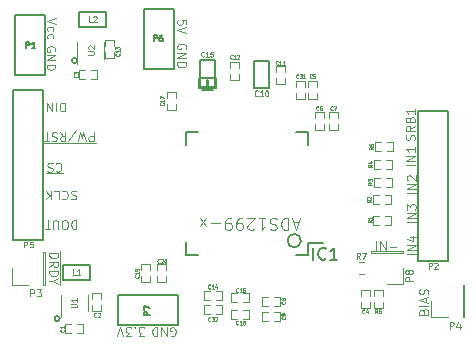
<source format=gto>
G04 #@! TF.FileFunction,Legend,Top*
%FSLAX46Y46*%
G04 Gerber Fmt 4.6, Leading zero omitted, Abs format (unit mm)*
G04 Created by KiCad (PCBNEW 4.0.4-stable) date 03/15/17 00:52:14*
%MOMM*%
%LPD*%
G01*
G04 APERTURE LIST*
%ADD10C,0.150000*%
%ADD11C,0.100000*%
%ADD12C,0.125000*%
%ADD13C,0.200000*%
%ADD14C,0.120000*%
%ADD15C,0.152400*%
%ADD16C,0.152000*%
%ADD17C,0.250000*%
%ADD18C,0.127000*%
%ADD19C,0.071120*%
%ADD20C,0.060000*%
%ADD21C,0.114300*%
%ADD22C,0.080000*%
G04 APERTURE END LIST*
D10*
D11*
X292535714Y-120932143D02*
X292535714Y-120575000D01*
X292178571Y-120539286D01*
X292214286Y-120575000D01*
X292250000Y-120646429D01*
X292250000Y-120825000D01*
X292214286Y-120896429D01*
X292178571Y-120932143D01*
X292107143Y-120967858D01*
X291928571Y-120967858D01*
X291857143Y-120932143D01*
X291821429Y-120896429D01*
X291785714Y-120825000D01*
X291785714Y-120646429D01*
X291821429Y-120575000D01*
X291857143Y-120539286D01*
X292535714Y-121182144D02*
X291785714Y-121432144D01*
X292535714Y-121682144D01*
X292500000Y-123003572D02*
X292535714Y-122932143D01*
X292535714Y-122825000D01*
X292500000Y-122717857D01*
X292428571Y-122646429D01*
X292357143Y-122610714D01*
X292214286Y-122575000D01*
X292107143Y-122575000D01*
X291964286Y-122610714D01*
X291892857Y-122646429D01*
X291821429Y-122717857D01*
X291785714Y-122825000D01*
X291785714Y-122896429D01*
X291821429Y-123003572D01*
X291857143Y-123039286D01*
X292107143Y-123039286D01*
X292107143Y-122896429D01*
X291785714Y-123360714D02*
X292535714Y-123360714D01*
X291785714Y-123789286D01*
X292535714Y-123789286D01*
X291785714Y-124146428D02*
X292535714Y-124146428D01*
X292535714Y-124325000D01*
X292500000Y-124432143D01*
X292428571Y-124503571D01*
X292357143Y-124539286D01*
X292214286Y-124575000D01*
X292107143Y-124575000D01*
X291964286Y-124539286D01*
X291892857Y-124503571D01*
X291821429Y-124432143D01*
X291785714Y-124325000D01*
X291785714Y-124146428D01*
X291246428Y-147300000D02*
X291317857Y-147335714D01*
X291425000Y-147335714D01*
X291532143Y-147300000D01*
X291603571Y-147228571D01*
X291639286Y-147157143D01*
X291675000Y-147014286D01*
X291675000Y-146907143D01*
X291639286Y-146764286D01*
X291603571Y-146692857D01*
X291532143Y-146621429D01*
X291425000Y-146585714D01*
X291353571Y-146585714D01*
X291246428Y-146621429D01*
X291210714Y-146657143D01*
X291210714Y-146907143D01*
X291353571Y-146907143D01*
X290889286Y-146585714D02*
X290889286Y-147335714D01*
X290460714Y-146585714D01*
X290460714Y-147335714D01*
X290103572Y-146585714D02*
X290103572Y-147335714D01*
X289925000Y-147335714D01*
X289817857Y-147300000D01*
X289746429Y-147228571D01*
X289710714Y-147157143D01*
X289675000Y-147014286D01*
X289675000Y-146907143D01*
X289710714Y-146764286D01*
X289746429Y-146692857D01*
X289817857Y-146621429D01*
X289925000Y-146585714D01*
X290103572Y-146585714D01*
X288982143Y-147310714D02*
X288517857Y-147310714D01*
X288767857Y-147025000D01*
X288660715Y-147025000D01*
X288589286Y-146989286D01*
X288553572Y-146953571D01*
X288517857Y-146882143D01*
X288517857Y-146703571D01*
X288553572Y-146632143D01*
X288589286Y-146596429D01*
X288660715Y-146560714D01*
X288875000Y-146560714D01*
X288946429Y-146596429D01*
X288982143Y-146632143D01*
X288196429Y-146632143D02*
X288160714Y-146596429D01*
X288196429Y-146560714D01*
X288232143Y-146596429D01*
X288196429Y-146632143D01*
X288196429Y-146560714D01*
X287910714Y-147310714D02*
X287446428Y-147310714D01*
X287696428Y-147025000D01*
X287589286Y-147025000D01*
X287517857Y-146989286D01*
X287482143Y-146953571D01*
X287446428Y-146882143D01*
X287446428Y-146703571D01*
X287482143Y-146632143D01*
X287517857Y-146596429D01*
X287589286Y-146560714D01*
X287803571Y-146560714D01*
X287875000Y-146596429D01*
X287910714Y-146632143D01*
X287232142Y-147310714D02*
X286982142Y-146560714D01*
X286732142Y-147310714D01*
X280960714Y-140307143D02*
X281710714Y-140307143D01*
X281710714Y-140485715D01*
X281675000Y-140592858D01*
X281603571Y-140664286D01*
X281532143Y-140700001D01*
X281389286Y-140735715D01*
X281282143Y-140735715D01*
X281139286Y-140700001D01*
X281067857Y-140664286D01*
X280996429Y-140592858D01*
X280960714Y-140485715D01*
X280960714Y-140307143D01*
X280960714Y-141485715D02*
X281317857Y-141235715D01*
X280960714Y-141057143D02*
X281710714Y-141057143D01*
X281710714Y-141342858D01*
X281675000Y-141414286D01*
X281639286Y-141450001D01*
X281567857Y-141485715D01*
X281460714Y-141485715D01*
X281389286Y-141450001D01*
X281353571Y-141414286D01*
X281317857Y-141342858D01*
X281317857Y-141057143D01*
X280960714Y-141807143D02*
X281710714Y-141807143D01*
X281710714Y-141985715D01*
X281675000Y-142092858D01*
X281603571Y-142164286D01*
X281532143Y-142200001D01*
X281389286Y-142235715D01*
X281282143Y-142235715D01*
X281139286Y-142200001D01*
X281067857Y-142164286D01*
X280996429Y-142092858D01*
X280960714Y-141985715D01*
X280960714Y-141807143D01*
X281317857Y-142700001D02*
X280960714Y-142700001D01*
X281710714Y-142450001D02*
X281317857Y-142700001D01*
X281710714Y-142950001D01*
X281840000Y-140128572D02*
X281840000Y-143021429D01*
X283242857Y-137510714D02*
X283242857Y-138260714D01*
X283064285Y-138260714D01*
X282957142Y-138225000D01*
X282885714Y-138153571D01*
X282849999Y-138082143D01*
X282814285Y-137939286D01*
X282814285Y-137832143D01*
X282849999Y-137689286D01*
X282885714Y-137617857D01*
X282957142Y-137546429D01*
X283064285Y-137510714D01*
X283242857Y-137510714D01*
X282349999Y-138260714D02*
X282207142Y-138260714D01*
X282135714Y-138225000D01*
X282064285Y-138153571D01*
X282028571Y-138010714D01*
X282028571Y-137760714D01*
X282064285Y-137617857D01*
X282135714Y-137546429D01*
X282207142Y-137510714D01*
X282349999Y-137510714D01*
X282421428Y-137546429D01*
X282492857Y-137617857D01*
X282528571Y-137760714D01*
X282528571Y-138010714D01*
X282492857Y-138153571D01*
X282421428Y-138225000D01*
X282349999Y-138260714D01*
X281707143Y-138260714D02*
X281707143Y-137653571D01*
X281671428Y-137582143D01*
X281635714Y-137546429D01*
X281564285Y-137510714D01*
X281421428Y-137510714D01*
X281350000Y-137546429D01*
X281314285Y-137582143D01*
X281278571Y-137653571D01*
X281278571Y-138260714D01*
X281028571Y-138260714D02*
X280600000Y-138260714D01*
X280814286Y-137510714D02*
X280814286Y-138260714D01*
X283242857Y-135046429D02*
X283135714Y-135010714D01*
X282957143Y-135010714D01*
X282885714Y-135046429D01*
X282850000Y-135082143D01*
X282814285Y-135153571D01*
X282814285Y-135225000D01*
X282850000Y-135296429D01*
X282885714Y-135332143D01*
X282957143Y-135367857D01*
X283100000Y-135403571D01*
X283171428Y-135439286D01*
X283207143Y-135475000D01*
X283242857Y-135546429D01*
X283242857Y-135617857D01*
X283207143Y-135689286D01*
X283171428Y-135725000D01*
X283100000Y-135760714D01*
X282921428Y-135760714D01*
X282814285Y-135725000D01*
X282064285Y-135082143D02*
X282099999Y-135046429D01*
X282207142Y-135010714D01*
X282278571Y-135010714D01*
X282385714Y-135046429D01*
X282457142Y-135117857D01*
X282492857Y-135189286D01*
X282528571Y-135332143D01*
X282528571Y-135439286D01*
X282492857Y-135582143D01*
X282457142Y-135653571D01*
X282385714Y-135725000D01*
X282278571Y-135760714D01*
X282207142Y-135760714D01*
X282099999Y-135725000D01*
X282064285Y-135689286D01*
X281385714Y-135010714D02*
X281742857Y-135010714D01*
X281742857Y-135760714D01*
X281135714Y-135010714D02*
X281135714Y-135760714D01*
X280707142Y-135010714D02*
X281028571Y-135439286D01*
X280707142Y-135760714D02*
X281135714Y-135332143D01*
X281525000Y-132732143D02*
X281560714Y-132696429D01*
X281667857Y-132660714D01*
X281739286Y-132660714D01*
X281846429Y-132696429D01*
X281917857Y-132767857D01*
X281953572Y-132839286D01*
X281989286Y-132982143D01*
X281989286Y-133089286D01*
X281953572Y-133232143D01*
X281917857Y-133303571D01*
X281846429Y-133375000D01*
X281739286Y-133410714D01*
X281667857Y-133410714D01*
X281560714Y-133375000D01*
X281525000Y-133339286D01*
X281239286Y-132696429D02*
X281132143Y-132660714D01*
X280953572Y-132660714D01*
X280882143Y-132696429D01*
X280846429Y-132732143D01*
X280810714Y-132803571D01*
X280810714Y-132875000D01*
X280846429Y-132946429D01*
X280882143Y-132982143D01*
X280953572Y-133017857D01*
X281096429Y-133053571D01*
X281167857Y-133089286D01*
X281203572Y-133125000D01*
X281239286Y-133196429D01*
X281239286Y-133267857D01*
X281203572Y-133339286D01*
X281167857Y-133375000D01*
X281096429Y-133410714D01*
X280917857Y-133410714D01*
X280810714Y-133375000D01*
X282132143Y-133540000D02*
X280667857Y-133540000D01*
X284710715Y-130060714D02*
X284710715Y-130810714D01*
X284425000Y-130810714D01*
X284353572Y-130775000D01*
X284317857Y-130739286D01*
X284282143Y-130667857D01*
X284282143Y-130560714D01*
X284317857Y-130489286D01*
X284353572Y-130453571D01*
X284425000Y-130417857D01*
X284710715Y-130417857D01*
X284032143Y-130810714D02*
X283853572Y-130060714D01*
X283710715Y-130596429D01*
X283567857Y-130060714D01*
X283389286Y-130810714D01*
X282567857Y-130846429D02*
X283210714Y-129882143D01*
X281889286Y-130060714D02*
X282139286Y-130417857D01*
X282317858Y-130060714D02*
X282317858Y-130810714D01*
X282032143Y-130810714D01*
X281960715Y-130775000D01*
X281925000Y-130739286D01*
X281889286Y-130667857D01*
X281889286Y-130560714D01*
X281925000Y-130489286D01*
X281960715Y-130453571D01*
X282032143Y-130417857D01*
X282317858Y-130417857D01*
X281603572Y-130096429D02*
X281496429Y-130060714D01*
X281317858Y-130060714D01*
X281246429Y-130096429D01*
X281210715Y-130132143D01*
X281175000Y-130203571D01*
X281175000Y-130275000D01*
X281210715Y-130346429D01*
X281246429Y-130382143D01*
X281317858Y-130417857D01*
X281460715Y-130453571D01*
X281532143Y-130489286D01*
X281567858Y-130525000D01*
X281603572Y-130596429D01*
X281603572Y-130667857D01*
X281567858Y-130739286D01*
X281532143Y-130775000D01*
X281460715Y-130810714D01*
X281282143Y-130810714D01*
X281175000Y-130775000D01*
X280960714Y-130810714D02*
X280532143Y-130810714D01*
X280746429Y-130060714D02*
X280746429Y-130810714D01*
X284889286Y-130940000D02*
X280460714Y-130940000D01*
X282267857Y-127560714D02*
X282267857Y-128310714D01*
X282089285Y-128310714D01*
X281982142Y-128275000D01*
X281910714Y-128203571D01*
X281874999Y-128132143D01*
X281839285Y-127989286D01*
X281839285Y-127882143D01*
X281874999Y-127739286D01*
X281910714Y-127667857D01*
X281982142Y-127596429D01*
X282089285Y-127560714D01*
X282267857Y-127560714D01*
X281517857Y-127560714D02*
X281517857Y-128310714D01*
X281160714Y-127560714D02*
X281160714Y-128310714D01*
X280732142Y-127560714D01*
X280732142Y-128310714D01*
X308642857Y-140034762D02*
X308642857Y-139294762D01*
X309000000Y-140034762D02*
X309000000Y-139294762D01*
X309428572Y-140034762D01*
X309428572Y-139294762D01*
X309785714Y-139752857D02*
X310357143Y-139752857D01*
D12*
X302067857Y-137633333D02*
X301591666Y-137633333D01*
X302163095Y-137347619D02*
X301829762Y-138347619D01*
X301496428Y-137347619D01*
X301163095Y-137347619D02*
X301163095Y-138347619D01*
X300925000Y-138347619D01*
X300782142Y-138300000D01*
X300686904Y-138204762D01*
X300639285Y-138109524D01*
X300591666Y-137919048D01*
X300591666Y-137776190D01*
X300639285Y-137585714D01*
X300686904Y-137490476D01*
X300782142Y-137395238D01*
X300925000Y-137347619D01*
X301163095Y-137347619D01*
X300210714Y-137395238D02*
X300067857Y-137347619D01*
X299829761Y-137347619D01*
X299734523Y-137395238D01*
X299686904Y-137442857D01*
X299639285Y-137538095D01*
X299639285Y-137633333D01*
X299686904Y-137728571D01*
X299734523Y-137776190D01*
X299829761Y-137823810D01*
X300020238Y-137871429D01*
X300115476Y-137919048D01*
X300163095Y-137966667D01*
X300210714Y-138061905D01*
X300210714Y-138157143D01*
X300163095Y-138252381D01*
X300115476Y-138300000D01*
X300020238Y-138347619D01*
X299782142Y-138347619D01*
X299639285Y-138300000D01*
X298686904Y-137347619D02*
X299258333Y-137347619D01*
X298972619Y-137347619D02*
X298972619Y-138347619D01*
X299067857Y-138204762D01*
X299163095Y-138109524D01*
X299258333Y-138061905D01*
X298305952Y-138252381D02*
X298258333Y-138300000D01*
X298163095Y-138347619D01*
X297924999Y-138347619D01*
X297829761Y-138300000D01*
X297782142Y-138252381D01*
X297734523Y-138157143D01*
X297734523Y-138061905D01*
X297782142Y-137919048D01*
X298353571Y-137347619D01*
X297734523Y-137347619D01*
X297258333Y-137347619D02*
X297067857Y-137347619D01*
X296972618Y-137395238D01*
X296924999Y-137442857D01*
X296829761Y-137585714D01*
X296782142Y-137776190D01*
X296782142Y-138157143D01*
X296829761Y-138252381D01*
X296877380Y-138300000D01*
X296972618Y-138347619D01*
X297163095Y-138347619D01*
X297258333Y-138300000D01*
X297305952Y-138252381D01*
X297353571Y-138157143D01*
X297353571Y-137919048D01*
X297305952Y-137823810D01*
X297258333Y-137776190D01*
X297163095Y-137728571D01*
X296972618Y-137728571D01*
X296877380Y-137776190D01*
X296829761Y-137823810D01*
X296782142Y-137919048D01*
X296305952Y-137347619D02*
X296115476Y-137347619D01*
X296020237Y-137395238D01*
X295972618Y-137442857D01*
X295877380Y-137585714D01*
X295829761Y-137776190D01*
X295829761Y-138157143D01*
X295877380Y-138252381D01*
X295924999Y-138300000D01*
X296020237Y-138347619D01*
X296210714Y-138347619D01*
X296305952Y-138300000D01*
X296353571Y-138252381D01*
X296401190Y-138157143D01*
X296401190Y-137919048D01*
X296353571Y-137823810D01*
X296305952Y-137776190D01*
X296210714Y-137728571D01*
X296020237Y-137728571D01*
X295924999Y-137776190D01*
X295877380Y-137823810D01*
X295829761Y-137919048D01*
X295401190Y-137728571D02*
X294639285Y-137728571D01*
X294258333Y-137347619D02*
X293734523Y-138014286D01*
X294258333Y-138014286D02*
X293734523Y-137347619D01*
D11*
X312647143Y-145253572D02*
X312682381Y-145146429D01*
X312717619Y-145110714D01*
X312788095Y-145075000D01*
X312893810Y-145075000D01*
X312964286Y-145110714D01*
X312999524Y-145146429D01*
X313034762Y-145217857D01*
X313034762Y-145503572D01*
X312294762Y-145503572D01*
X312294762Y-145253572D01*
X312330000Y-145182143D01*
X312365238Y-145146429D01*
X312435714Y-145110714D01*
X312506190Y-145110714D01*
X312576667Y-145146429D01*
X312611905Y-145182143D01*
X312647143Y-145253572D01*
X312647143Y-145503572D01*
X313034762Y-144753572D02*
X312294762Y-144753572D01*
X312823333Y-144432143D02*
X312823333Y-144075000D01*
X313034762Y-144503571D02*
X312294762Y-144253571D01*
X313034762Y-144003571D01*
X312999524Y-143789286D02*
X313034762Y-143682143D01*
X313034762Y-143503572D01*
X312999524Y-143432143D01*
X312964286Y-143396429D01*
X312893810Y-143360714D01*
X312823333Y-143360714D01*
X312752857Y-143396429D01*
X312717619Y-143432143D01*
X312682381Y-143503572D01*
X312647143Y-143646429D01*
X312611905Y-143717857D01*
X312576667Y-143753572D01*
X312506190Y-143789286D01*
X312435714Y-143789286D01*
X312365238Y-143753572D01*
X312330000Y-143717857D01*
X312294762Y-143646429D01*
X312294762Y-143467857D01*
X312330000Y-143360714D01*
X311984762Y-140400000D02*
X311244762Y-140400000D01*
X311984762Y-140042857D02*
X311244762Y-140042857D01*
X311984762Y-139614285D01*
X311244762Y-139614285D01*
X311491429Y-138935714D02*
X311984762Y-138935714D01*
X311209524Y-139114285D02*
X311738095Y-139292857D01*
X311738095Y-138828571D01*
X311984762Y-137700000D02*
X311244762Y-137700000D01*
X311984762Y-137342857D02*
X311244762Y-137342857D01*
X311984762Y-136914285D01*
X311244762Y-136914285D01*
X311244762Y-136628571D02*
X311244762Y-136164285D01*
X311526667Y-136414285D01*
X311526667Y-136307143D01*
X311561905Y-136235714D01*
X311597143Y-136200000D01*
X311667619Y-136164285D01*
X311843810Y-136164285D01*
X311914286Y-136200000D01*
X311949524Y-136235714D01*
X311984762Y-136307143D01*
X311984762Y-136521428D01*
X311949524Y-136592857D01*
X311914286Y-136628571D01*
X311984762Y-135250000D02*
X311244762Y-135250000D01*
X311984762Y-134892857D02*
X311244762Y-134892857D01*
X311984762Y-134464285D01*
X311244762Y-134464285D01*
X311315238Y-134142857D02*
X311280000Y-134107143D01*
X311244762Y-134035714D01*
X311244762Y-133857143D01*
X311280000Y-133785714D01*
X311315238Y-133750000D01*
X311385714Y-133714285D01*
X311456190Y-133714285D01*
X311561905Y-133750000D01*
X311984762Y-134178571D01*
X311984762Y-133714285D01*
X311849524Y-130721429D02*
X311884762Y-130614286D01*
X311884762Y-130435715D01*
X311849524Y-130364286D01*
X311814286Y-130328572D01*
X311743810Y-130292857D01*
X311673333Y-130292857D01*
X311602857Y-130328572D01*
X311567619Y-130364286D01*
X311532381Y-130435715D01*
X311497143Y-130578572D01*
X311461905Y-130650000D01*
X311426667Y-130685715D01*
X311356190Y-130721429D01*
X311285714Y-130721429D01*
X311215238Y-130685715D01*
X311180000Y-130650000D01*
X311144762Y-130578572D01*
X311144762Y-130400000D01*
X311180000Y-130292857D01*
X311884762Y-129542857D02*
X311532381Y-129792857D01*
X311884762Y-129971429D02*
X311144762Y-129971429D01*
X311144762Y-129685714D01*
X311180000Y-129614286D01*
X311215238Y-129578571D01*
X311285714Y-129542857D01*
X311391429Y-129542857D01*
X311461905Y-129578571D01*
X311497143Y-129614286D01*
X311532381Y-129685714D01*
X311532381Y-129971429D01*
X311497143Y-128971429D02*
X311532381Y-128864286D01*
X311567619Y-128828571D01*
X311638095Y-128792857D01*
X311743810Y-128792857D01*
X311814286Y-128828571D01*
X311849524Y-128864286D01*
X311884762Y-128935714D01*
X311884762Y-129221429D01*
X311144762Y-129221429D01*
X311144762Y-128971429D01*
X311180000Y-128900000D01*
X311215238Y-128864286D01*
X311285714Y-128828571D01*
X311356190Y-128828571D01*
X311426667Y-128864286D01*
X311461905Y-128900000D01*
X311497143Y-128971429D01*
X311497143Y-129221429D01*
X311884762Y-128078571D02*
X311884762Y-128507143D01*
X311884762Y-128292857D02*
X311144762Y-128292857D01*
X311250476Y-128364286D01*
X311320952Y-128435714D01*
X311356190Y-128507143D01*
X311934762Y-132850000D02*
X311194762Y-132850000D01*
X311934762Y-132492857D02*
X311194762Y-132492857D01*
X311934762Y-132064285D01*
X311194762Y-132064285D01*
X311934762Y-131314285D02*
X311934762Y-131742857D01*
X311934762Y-131528571D02*
X311194762Y-131528571D01*
X311300476Y-131600000D01*
X311370952Y-131671428D01*
X311406190Y-131742857D01*
D13*
X281848607Y-145850000D02*
G75*
G03X281848607Y-145850000I-223607J0D01*
G01*
X283323607Y-124000000D02*
G75*
G03X283323607Y-124000000I-223607J0D01*
G01*
X302270088Y-139250000D02*
G75*
G03X302270088Y-139250000I-570088J0D01*
G01*
D11*
X281450000Y-123203572D02*
X281485714Y-123132143D01*
X281485714Y-123025000D01*
X281450000Y-122917857D01*
X281378571Y-122846429D01*
X281307143Y-122810714D01*
X281164286Y-122775000D01*
X281057143Y-122775000D01*
X280914286Y-122810714D01*
X280842857Y-122846429D01*
X280771429Y-122917857D01*
X280735714Y-123025000D01*
X280735714Y-123096429D01*
X280771429Y-123203572D01*
X280807143Y-123239286D01*
X281057143Y-123239286D01*
X281057143Y-123096429D01*
X280735714Y-123560714D02*
X281485714Y-123560714D01*
X280735714Y-123989286D01*
X281485714Y-123989286D01*
X280735714Y-124346428D02*
X281485714Y-124346428D01*
X281485714Y-124525000D01*
X281450000Y-124632143D01*
X281378571Y-124703571D01*
X281307143Y-124739286D01*
X281164286Y-124775000D01*
X281057143Y-124775000D01*
X280914286Y-124739286D01*
X280842857Y-124703571D01*
X280771429Y-124632143D01*
X280735714Y-124525000D01*
X280735714Y-124346428D01*
X281560714Y-120407144D02*
X280810714Y-120657144D01*
X281560714Y-120907144D01*
X280846429Y-121478572D02*
X280810714Y-121407143D01*
X280810714Y-121264286D01*
X280846429Y-121192858D01*
X280882143Y-121157143D01*
X280953571Y-121121429D01*
X281167857Y-121121429D01*
X281239286Y-121157143D01*
X281275000Y-121192858D01*
X281310714Y-121264286D01*
X281310714Y-121407143D01*
X281275000Y-121478572D01*
X280846429Y-122121429D02*
X280810714Y-122050000D01*
X280810714Y-121907143D01*
X280846429Y-121835715D01*
X280882143Y-121800000D01*
X280953571Y-121764286D01*
X281167857Y-121764286D01*
X281239286Y-121800000D01*
X281275000Y-121835715D01*
X281310714Y-121907143D01*
X281310714Y-122050000D01*
X281275000Y-122121429D01*
D14*
X315970000Y-145740000D02*
X316090000Y-145740000D01*
X316090000Y-145740000D02*
X316090000Y-142960000D01*
X316090000Y-142960000D02*
X315970000Y-142960000D01*
X315970000Y-142960000D02*
X315970000Y-145740000D01*
X314700000Y-145740000D02*
X313310000Y-145740000D01*
X313310000Y-145740000D02*
X313310000Y-144350000D01*
D15*
X291840000Y-143830000D02*
X291840000Y-146370000D01*
X291840000Y-146370000D02*
X286760000Y-146370000D01*
X286760000Y-146370000D02*
X286760000Y-143830000D01*
X286760000Y-143830000D02*
X291840000Y-143830000D01*
X291520000Y-124740000D02*
X288980000Y-124740000D01*
X288980000Y-124740000D02*
X288980000Y-119660000D01*
X288980000Y-119660000D02*
X291520000Y-119660000D01*
X291520000Y-119660000D02*
X291520000Y-124740000D01*
D14*
X280470000Y-142990000D02*
X280590000Y-142990000D01*
X280590000Y-142990000D02*
X280590000Y-140210000D01*
X280590000Y-140210000D02*
X280470000Y-140210000D01*
X280470000Y-140210000D02*
X280470000Y-142990000D01*
X279200000Y-142990000D02*
X277810000Y-142990000D01*
X277810000Y-142990000D02*
X277810000Y-141600000D01*
D16*
X280470000Y-126500000D02*
X277930000Y-126500000D01*
X277930000Y-139200000D02*
X280470000Y-139200000D01*
X280470000Y-126500000D02*
X280470000Y-139200000D01*
X277930000Y-139200000D02*
X277930000Y-126500000D01*
D15*
X278030000Y-120110000D02*
X280570000Y-120110000D01*
X280570000Y-120110000D02*
X280570000Y-125190000D01*
X280570000Y-125190000D02*
X278030000Y-125190000D01*
X278030000Y-125190000D02*
X278030000Y-120110000D01*
D10*
X295050000Y-126350000D02*
X293700000Y-126350000D01*
X295050000Y-125450000D02*
X295050000Y-126300000D01*
X293650000Y-125500000D02*
X293650000Y-126350000D01*
X293750000Y-125450000D02*
X294900000Y-125450000D01*
X293850000Y-126450000D02*
X294800000Y-126450000D01*
X293800000Y-126350000D02*
X294900000Y-126350000D01*
X293750000Y-125500000D02*
X294950000Y-125500000D01*
D17*
X294350000Y-126150000D02*
X294350000Y-125650000D01*
D18*
X293715000Y-126243000D02*
X293715000Y-123957000D01*
X293715000Y-123957000D02*
X294985000Y-123957000D01*
X294985000Y-123957000D02*
X294985000Y-126243000D01*
X294985000Y-126243000D02*
X293715000Y-126243000D01*
D19*
X294546000Y-144669000D02*
X294038000Y-144669000D01*
X294038000Y-144669000D02*
X294038000Y-145431000D01*
X294038000Y-145431000D02*
X294546000Y-145431000D01*
X295054000Y-144669000D02*
X295562000Y-144669000D01*
X295562000Y-144669000D02*
X295562000Y-145431000D01*
X295562000Y-145431000D02*
X295054000Y-145431000D01*
D10*
X302875000Y-140425000D02*
X302875000Y-139475000D01*
X292525000Y-140425000D02*
X292525000Y-139375000D01*
X292525000Y-130075000D02*
X292525000Y-131125000D01*
X302875000Y-130075000D02*
X302875000Y-131125000D01*
X302875000Y-140425000D02*
X301825000Y-140425000D01*
X302875000Y-130075000D02*
X301825000Y-130075000D01*
X292525000Y-130075000D02*
X293575000Y-130075000D01*
X292525000Y-140425000D02*
X293575000Y-140425000D01*
X302875000Y-139475000D02*
X304150000Y-139475000D01*
D14*
X283290000Y-122425000D02*
X283290000Y-124325000D01*
X285610000Y-123825000D02*
X285610000Y-122425000D01*
D19*
X296269000Y-125104000D02*
X296269000Y-125612000D01*
X296269000Y-125612000D02*
X297031000Y-125612000D01*
X297031000Y-125612000D02*
X297031000Y-125104000D01*
X296269000Y-124596000D02*
X296269000Y-124088000D01*
X296269000Y-124088000D02*
X297031000Y-124088000D01*
X297031000Y-124088000D02*
X297031000Y-124596000D01*
X302631000Y-126196000D02*
X302631000Y-125688000D01*
X302631000Y-125688000D02*
X301869000Y-125688000D01*
X301869000Y-125688000D02*
X301869000Y-126196000D01*
X302631000Y-126704000D02*
X302631000Y-127212000D01*
X302631000Y-127212000D02*
X301869000Y-127212000D01*
X301869000Y-127212000D02*
X301869000Y-126704000D01*
X303631000Y-126196000D02*
X303631000Y-125688000D01*
X303631000Y-125688000D02*
X302869000Y-125688000D01*
X302869000Y-125688000D02*
X302869000Y-126196000D01*
X303631000Y-126704000D02*
X303631000Y-127212000D01*
X303631000Y-127212000D02*
X302869000Y-127212000D01*
X302869000Y-127212000D02*
X302869000Y-126704000D01*
X289481000Y-141746000D02*
X289481000Y-141238000D01*
X289481000Y-141238000D02*
X288719000Y-141238000D01*
X288719000Y-141238000D02*
X288719000Y-141746000D01*
X289481000Y-142254000D02*
X289481000Y-142762000D01*
X289481000Y-142762000D02*
X288719000Y-142762000D01*
X288719000Y-142762000D02*
X288719000Y-142254000D01*
X294546000Y-143469000D02*
X294038000Y-143469000D01*
X294038000Y-143469000D02*
X294038000Y-144231000D01*
X294038000Y-144231000D02*
X294546000Y-144231000D01*
X295054000Y-143469000D02*
X295562000Y-143469000D01*
X295562000Y-143469000D02*
X295562000Y-144231000D01*
X295562000Y-144231000D02*
X295054000Y-144231000D01*
X309046000Y-130919000D02*
X308538000Y-130919000D01*
X308538000Y-130919000D02*
X308538000Y-131681000D01*
X308538000Y-131681000D02*
X309046000Y-131681000D01*
X309554000Y-130919000D02*
X310062000Y-130919000D01*
X310062000Y-130919000D02*
X310062000Y-131681000D01*
X310062000Y-131681000D02*
X309554000Y-131681000D01*
X290119000Y-142254000D02*
X290119000Y-142762000D01*
X290119000Y-142762000D02*
X290881000Y-142762000D01*
X290881000Y-142762000D02*
X290881000Y-142254000D01*
X290119000Y-141746000D02*
X290119000Y-141238000D01*
X290119000Y-141238000D02*
X290881000Y-141238000D01*
X290881000Y-141238000D02*
X290881000Y-141746000D01*
X296896000Y-145119000D02*
X296388000Y-145119000D01*
X296388000Y-145119000D02*
X296388000Y-145881000D01*
X296388000Y-145881000D02*
X296896000Y-145881000D01*
X297404000Y-145119000D02*
X297912000Y-145119000D01*
X297912000Y-145119000D02*
X297912000Y-145881000D01*
X297912000Y-145881000D02*
X297404000Y-145881000D01*
X296896000Y-143719000D02*
X296388000Y-143719000D01*
X296388000Y-143719000D02*
X296388000Y-144481000D01*
X296388000Y-144481000D02*
X296896000Y-144481000D01*
X297404000Y-143719000D02*
X297912000Y-143719000D01*
X297912000Y-143719000D02*
X297912000Y-144481000D01*
X297912000Y-144481000D02*
X297404000Y-144481000D01*
X299954000Y-146081000D02*
X300462000Y-146081000D01*
X300462000Y-146081000D02*
X300462000Y-145319000D01*
X300462000Y-145319000D02*
X299954000Y-145319000D01*
X299446000Y-146081000D02*
X298938000Y-146081000D01*
X298938000Y-146081000D02*
X298938000Y-145319000D01*
X298938000Y-145319000D02*
X299446000Y-145319000D01*
X290919000Y-127654000D02*
X290919000Y-128162000D01*
X290919000Y-128162000D02*
X291681000Y-128162000D01*
X291681000Y-128162000D02*
X291681000Y-127654000D01*
X290919000Y-127146000D02*
X290919000Y-126638000D01*
X290919000Y-126638000D02*
X291681000Y-126638000D01*
X291681000Y-126638000D02*
X291681000Y-127146000D01*
X299954000Y-144781000D02*
X300462000Y-144781000D01*
X300462000Y-144781000D02*
X300462000Y-144019000D01*
X300462000Y-144019000D02*
X299954000Y-144019000D01*
X299446000Y-144781000D02*
X298938000Y-144781000D01*
X298938000Y-144781000D02*
X298938000Y-144019000D01*
X298938000Y-144019000D02*
X299446000Y-144019000D01*
X300881000Y-124996000D02*
X300881000Y-124488000D01*
X300881000Y-124488000D02*
X300119000Y-124488000D01*
X300119000Y-124488000D02*
X300119000Y-124996000D01*
X300881000Y-125504000D02*
X300881000Y-126012000D01*
X300881000Y-126012000D02*
X300119000Y-126012000D01*
X300119000Y-126012000D02*
X300119000Y-125504000D01*
X305381000Y-128896000D02*
X305381000Y-128388000D01*
X305381000Y-128388000D02*
X304619000Y-128388000D01*
X304619000Y-128388000D02*
X304619000Y-128896000D01*
X305381000Y-129404000D02*
X305381000Y-129912000D01*
X305381000Y-129912000D02*
X304619000Y-129912000D01*
X304619000Y-129912000D02*
X304619000Y-129404000D01*
X304181000Y-128896000D02*
X304181000Y-128388000D01*
X304181000Y-128388000D02*
X303419000Y-128388000D01*
X303419000Y-128388000D02*
X303419000Y-128896000D01*
X304181000Y-129404000D02*
X304181000Y-129912000D01*
X304181000Y-129912000D02*
X303419000Y-129912000D01*
X303419000Y-129912000D02*
X303419000Y-129404000D01*
D18*
X299535000Y-124057000D02*
X299535000Y-126343000D01*
X299535000Y-126343000D02*
X298265000Y-126343000D01*
X298265000Y-126343000D02*
X298265000Y-124057000D01*
X298265000Y-124057000D02*
X299535000Y-124057000D01*
X284418000Y-142560000D02*
X282132000Y-142560000D01*
X282132000Y-142560000D02*
X282132000Y-141290000D01*
X282132000Y-141290000D02*
X284418000Y-141290000D01*
X284418000Y-141290000D02*
X284418000Y-142560000D01*
X285793000Y-121160000D02*
X283507000Y-121160000D01*
X283507000Y-121160000D02*
X283507000Y-119890000D01*
X283507000Y-119890000D02*
X285793000Y-119890000D01*
X285793000Y-119890000D02*
X285793000Y-121160000D01*
D19*
X286431000Y-122771000D02*
X286431000Y-122263000D01*
X286431000Y-122263000D02*
X285669000Y-122263000D01*
X285669000Y-122263000D02*
X285669000Y-122771000D01*
X286431000Y-123279000D02*
X286431000Y-123787000D01*
X286431000Y-123787000D02*
X285669000Y-123787000D01*
X285669000Y-123787000D02*
X285669000Y-123279000D01*
X283996000Y-124794000D02*
X283488000Y-124794000D01*
X283488000Y-124794000D02*
X283488000Y-125556000D01*
X283488000Y-125556000D02*
X283996000Y-125556000D01*
X284504000Y-124794000D02*
X285012000Y-124794000D01*
X285012000Y-124794000D02*
X285012000Y-125556000D01*
X285012000Y-125556000D02*
X284504000Y-125556000D01*
X285356000Y-144171000D02*
X285356000Y-143663000D01*
X285356000Y-143663000D02*
X284594000Y-143663000D01*
X284594000Y-143663000D02*
X284594000Y-144171000D01*
X285356000Y-144679000D02*
X285356000Y-145187000D01*
X285356000Y-145187000D02*
X284594000Y-145187000D01*
X284594000Y-145187000D02*
X284594000Y-144679000D01*
X282821000Y-146344000D02*
X282313000Y-146344000D01*
X282313000Y-146344000D02*
X282313000Y-147106000D01*
X282313000Y-147106000D02*
X282821000Y-147106000D01*
X283329000Y-146344000D02*
X283837000Y-146344000D01*
X283837000Y-146344000D02*
X283837000Y-147106000D01*
X283837000Y-147106000D02*
X283329000Y-147106000D01*
X307344000Y-144454000D02*
X307344000Y-144962000D01*
X307344000Y-144962000D02*
X308106000Y-144962000D01*
X308106000Y-144962000D02*
X308106000Y-144454000D01*
X307344000Y-143946000D02*
X307344000Y-143438000D01*
X307344000Y-143438000D02*
X308106000Y-143438000D01*
X308106000Y-143438000D02*
X308106000Y-143946000D01*
X308444000Y-144454000D02*
X308444000Y-144962000D01*
X308444000Y-144962000D02*
X309206000Y-144962000D01*
X309206000Y-144962000D02*
X309206000Y-144454000D01*
X308444000Y-143946000D02*
X308444000Y-143438000D01*
X308444000Y-143438000D02*
X309206000Y-143438000D01*
X309206000Y-143438000D02*
X309206000Y-143946000D01*
X308946000Y-132419000D02*
X308438000Y-132419000D01*
X308438000Y-132419000D02*
X308438000Y-133181000D01*
X308438000Y-133181000D02*
X308946000Y-133181000D01*
X309454000Y-132419000D02*
X309962000Y-132419000D01*
X309962000Y-132419000D02*
X309962000Y-133181000D01*
X309962000Y-133181000D02*
X309454000Y-133181000D01*
X308946000Y-133919000D02*
X308438000Y-133919000D01*
X308438000Y-133919000D02*
X308438000Y-134681000D01*
X308438000Y-134681000D02*
X308946000Y-134681000D01*
X309454000Y-133919000D02*
X309962000Y-133919000D01*
X309962000Y-133919000D02*
X309962000Y-134681000D01*
X309962000Y-134681000D02*
X309454000Y-134681000D01*
X308846000Y-135419000D02*
X308338000Y-135419000D01*
X308338000Y-135419000D02*
X308338000Y-136181000D01*
X308338000Y-136181000D02*
X308846000Y-136181000D01*
X309354000Y-135419000D02*
X309862000Y-135419000D01*
X309862000Y-135419000D02*
X309862000Y-136181000D01*
X309862000Y-136181000D02*
X309354000Y-136181000D01*
X308896000Y-137119000D02*
X308388000Y-137119000D01*
X308388000Y-137119000D02*
X308388000Y-137881000D01*
X308388000Y-137881000D02*
X308896000Y-137881000D01*
X309404000Y-137119000D02*
X309912000Y-137119000D01*
X309912000Y-137119000D02*
X309912000Y-137881000D01*
X309912000Y-137881000D02*
X309404000Y-137881000D01*
D14*
X281915000Y-143825000D02*
X281915000Y-145725000D01*
X284235000Y-145225000D02*
X284235000Y-143825000D01*
D16*
X314720000Y-128300000D02*
X312180000Y-128300000D01*
X312180000Y-141000000D02*
X314720000Y-141000000D01*
X314720000Y-128300000D02*
X314720000Y-141000000D01*
X312180000Y-141000000D02*
X312180000Y-128300000D01*
D14*
X310940000Y-140280000D02*
X310940000Y-140160000D01*
X310940000Y-140160000D02*
X308160000Y-140160000D01*
X308160000Y-140160000D02*
X308160000Y-140280000D01*
X308160000Y-140280000D02*
X310940000Y-140280000D01*
X310940000Y-141550000D02*
X310940000Y-142940000D01*
X310940000Y-142940000D02*
X309550000Y-142940000D01*
X307650000Y-141020000D02*
X307150000Y-141020000D01*
X307150000Y-142080000D02*
X307650000Y-142080000D01*
D11*
X314857143Y-146721429D02*
X314857143Y-146121429D01*
X315085715Y-146121429D01*
X315142857Y-146150000D01*
X315171429Y-146178571D01*
X315200000Y-146235714D01*
X315200000Y-146321429D01*
X315171429Y-146378571D01*
X315142857Y-146407143D01*
X315085715Y-146435714D01*
X314857143Y-146435714D01*
X315714286Y-146321429D02*
X315714286Y-146721429D01*
X315571429Y-146092857D02*
X315428572Y-146521429D01*
X315800000Y-146521429D01*
D18*
X289454810Y-145549953D02*
X288946810Y-145549953D01*
X288946810Y-145356429D01*
X288971000Y-145308048D01*
X288995190Y-145283857D01*
X289043571Y-145259667D01*
X289116143Y-145259667D01*
X289164524Y-145283857D01*
X289188714Y-145308048D01*
X289212905Y-145356429D01*
X289212905Y-145549953D01*
X288946810Y-145090334D02*
X288946810Y-144751667D01*
X289454810Y-144969381D01*
X289800047Y-122354810D02*
X289800047Y-121846810D01*
X289993571Y-121846810D01*
X290041952Y-121871000D01*
X290066143Y-121895190D01*
X290090333Y-121943571D01*
X290090333Y-122016143D01*
X290066143Y-122064524D01*
X290041952Y-122088714D01*
X289993571Y-122112905D01*
X289800047Y-122112905D01*
X290525762Y-121846810D02*
X290429000Y-121846810D01*
X290380619Y-121871000D01*
X290356428Y-121895190D01*
X290308047Y-121967762D01*
X290283857Y-122064524D01*
X290283857Y-122258048D01*
X290308047Y-122306429D01*
X290332238Y-122330619D01*
X290380619Y-122354810D01*
X290477381Y-122354810D01*
X290525762Y-122330619D01*
X290549952Y-122306429D01*
X290574143Y-122258048D01*
X290574143Y-122137095D01*
X290549952Y-122088714D01*
X290525762Y-122064524D01*
X290477381Y-122040333D01*
X290380619Y-122040333D01*
X290332238Y-122064524D01*
X290308047Y-122088714D01*
X290283857Y-122137095D01*
D11*
X279357143Y-143971429D02*
X279357143Y-143371429D01*
X279585715Y-143371429D01*
X279642857Y-143400000D01*
X279671429Y-143428571D01*
X279700000Y-143485714D01*
X279700000Y-143571429D01*
X279671429Y-143628571D01*
X279642857Y-143657143D01*
X279585715Y-143685714D01*
X279357143Y-143685714D01*
X279900000Y-143371429D02*
X280271429Y-143371429D01*
X280071429Y-143600000D01*
X280157143Y-143600000D01*
X280214286Y-143628571D01*
X280242857Y-143657143D01*
X280271429Y-143714286D01*
X280271429Y-143857143D01*
X280242857Y-143914286D01*
X280214286Y-143942857D01*
X280157143Y-143971429D01*
X279985715Y-143971429D01*
X279928572Y-143942857D01*
X279900000Y-143914286D01*
X278830953Y-139826190D02*
X278830953Y-139326190D01*
X279021429Y-139326190D01*
X279069048Y-139350000D01*
X279092857Y-139373810D01*
X279116667Y-139421429D01*
X279116667Y-139492857D01*
X279092857Y-139540476D01*
X279069048Y-139564286D01*
X279021429Y-139588095D01*
X278830953Y-139588095D01*
X279569048Y-139326190D02*
X279330953Y-139326190D01*
X279307143Y-139564286D01*
X279330953Y-139540476D01*
X279378572Y-139516667D01*
X279497619Y-139516667D01*
X279545238Y-139540476D01*
X279569048Y-139564286D01*
X279592857Y-139611905D01*
X279592857Y-139730952D01*
X279569048Y-139778571D01*
X279545238Y-139802381D01*
X279497619Y-139826190D01*
X279378572Y-139826190D01*
X279330953Y-139802381D01*
X279307143Y-139778571D01*
D18*
X279000047Y-122954810D02*
X279000047Y-122446810D01*
X279193571Y-122446810D01*
X279241952Y-122471000D01*
X279266143Y-122495190D01*
X279290333Y-122543571D01*
X279290333Y-122616143D01*
X279266143Y-122664524D01*
X279241952Y-122688714D01*
X279193571Y-122712905D01*
X279000047Y-122712905D01*
X279774143Y-122954810D02*
X279483857Y-122954810D01*
X279629000Y-122954810D02*
X279629000Y-122446810D01*
X279580619Y-122519381D01*
X279532238Y-122567762D01*
X279483857Y-122591952D01*
D20*
X294067858Y-123617857D02*
X294048810Y-123636905D01*
X293991667Y-123655952D01*
X293953572Y-123655952D01*
X293896429Y-123636905D01*
X293858334Y-123598810D01*
X293839286Y-123560714D01*
X293820238Y-123484524D01*
X293820238Y-123427381D01*
X293839286Y-123351190D01*
X293858334Y-123313095D01*
X293896429Y-123275000D01*
X293953572Y-123255952D01*
X293991667Y-123255952D01*
X294048810Y-123275000D01*
X294067858Y-123294048D01*
X294448810Y-123655952D02*
X294220238Y-123655952D01*
X294334524Y-123655952D02*
X294334524Y-123255952D01*
X294296429Y-123313095D01*
X294258334Y-123351190D01*
X294220238Y-123370238D01*
X294810714Y-123255952D02*
X294620238Y-123255952D01*
X294601190Y-123446429D01*
X294620238Y-123427381D01*
X294658333Y-123408333D01*
X294753571Y-123408333D01*
X294791667Y-123427381D01*
X294810714Y-123446429D01*
X294829762Y-123484524D01*
X294829762Y-123579762D01*
X294810714Y-123617857D01*
X294791667Y-123636905D01*
X294753571Y-123655952D01*
X294658333Y-123655952D01*
X294620238Y-123636905D01*
X294601190Y-123617857D01*
D19*
X294604057Y-146025186D02*
X294589543Y-146041877D01*
X294546000Y-146058569D01*
X294516971Y-146058569D01*
X294473428Y-146041877D01*
X294444400Y-146008494D01*
X294429885Y-145975111D01*
X294415371Y-145908346D01*
X294415371Y-145858271D01*
X294429885Y-145791506D01*
X294444400Y-145758123D01*
X294473428Y-145724740D01*
X294516971Y-145708049D01*
X294546000Y-145708049D01*
X294589543Y-145724740D01*
X294604057Y-145741431D01*
X294705657Y-145708049D02*
X294894343Y-145708049D01*
X294792743Y-145841580D01*
X294836285Y-145841580D01*
X294865314Y-145858271D01*
X294879828Y-145874963D01*
X294894343Y-145908346D01*
X294894343Y-145991803D01*
X294879828Y-146025186D01*
X294865314Y-146041877D01*
X294836285Y-146058569D01*
X294749200Y-146058569D01*
X294720171Y-146041877D01*
X294705657Y-146025186D01*
X295010457Y-145741431D02*
X295024971Y-145724740D01*
X295054000Y-145708049D01*
X295126571Y-145708049D01*
X295155600Y-145724740D01*
X295170114Y-145741431D01*
X295184629Y-145774814D01*
X295184629Y-145808197D01*
X295170114Y-145858271D01*
X294995943Y-146058569D01*
X295184629Y-146058569D01*
D10*
X303323810Y-140852381D02*
X303323810Y-139852381D01*
X304371429Y-140757143D02*
X304323810Y-140804762D01*
X304180953Y-140852381D01*
X304085715Y-140852381D01*
X303942857Y-140804762D01*
X303847619Y-140709524D01*
X303800000Y-140614286D01*
X303752381Y-140423810D01*
X303752381Y-140280952D01*
X303800000Y-140090476D01*
X303847619Y-139995238D01*
X303942857Y-139900000D01*
X304085715Y-139852381D01*
X304180953Y-139852381D01*
X304323810Y-139900000D01*
X304371429Y-139947619D01*
X305323810Y-140852381D02*
X304752381Y-140852381D01*
X305038095Y-140852381D02*
X305038095Y-139852381D01*
X304942857Y-139995238D01*
X304847619Y-140090476D01*
X304752381Y-140138095D01*
D11*
X284276190Y-123505952D02*
X284680952Y-123505952D01*
X284728571Y-123482143D01*
X284752381Y-123458333D01*
X284776190Y-123410714D01*
X284776190Y-123315476D01*
X284752381Y-123267857D01*
X284728571Y-123244048D01*
X284680952Y-123220238D01*
X284276190Y-123220238D01*
X284323810Y-123005952D02*
X284300000Y-122982142D01*
X284276190Y-122934523D01*
X284276190Y-122815476D01*
X284300000Y-122767857D01*
X284323810Y-122744047D01*
X284371429Y-122720238D01*
X284419048Y-122720238D01*
X284490476Y-122744047D01*
X284776190Y-123029761D01*
X284776190Y-122720238D01*
D19*
X296479057Y-123825186D02*
X296464543Y-123841877D01*
X296421000Y-123858569D01*
X296391971Y-123858569D01*
X296348428Y-123841877D01*
X296319400Y-123808494D01*
X296304885Y-123775111D01*
X296290371Y-123708346D01*
X296290371Y-123658271D01*
X296304885Y-123591506D01*
X296319400Y-123558123D01*
X296348428Y-123524740D01*
X296391971Y-123508049D01*
X296421000Y-123508049D01*
X296464543Y-123524740D01*
X296479057Y-123541431D01*
X296769343Y-123858569D02*
X296595171Y-123858569D01*
X296682257Y-123858569D02*
X296682257Y-123508049D01*
X296653228Y-123558123D01*
X296624200Y-123591506D01*
X296595171Y-123608197D01*
X296885457Y-123541431D02*
X296899971Y-123524740D01*
X296929000Y-123508049D01*
X297001571Y-123508049D01*
X297030600Y-123524740D01*
X297045114Y-123541431D01*
X297059629Y-123574814D01*
X297059629Y-123608197D01*
X297045114Y-123658271D01*
X296870943Y-123858569D01*
X297059629Y-123858569D01*
X302054057Y-125475186D02*
X302039543Y-125491877D01*
X301996000Y-125508569D01*
X301966971Y-125508569D01*
X301923428Y-125491877D01*
X301894400Y-125458494D01*
X301879885Y-125425111D01*
X301865371Y-125358346D01*
X301865371Y-125308271D01*
X301879885Y-125241506D01*
X301894400Y-125208123D01*
X301923428Y-125174740D01*
X301966971Y-125158049D01*
X301996000Y-125158049D01*
X302039543Y-125174740D01*
X302054057Y-125191431D01*
X302155657Y-125158049D02*
X302344343Y-125158049D01*
X302242743Y-125291580D01*
X302286285Y-125291580D01*
X302315314Y-125308271D01*
X302329828Y-125324963D01*
X302344343Y-125358346D01*
X302344343Y-125441803D01*
X302329828Y-125475186D01*
X302315314Y-125491877D01*
X302286285Y-125508569D01*
X302199200Y-125508569D01*
X302170171Y-125491877D01*
X302155657Y-125475186D01*
X302634629Y-125508569D02*
X302460457Y-125508569D01*
X302547543Y-125508569D02*
X302547543Y-125158049D01*
X302518514Y-125208123D01*
X302489486Y-125241506D01*
X302460457Y-125258197D01*
X303199200Y-125475186D02*
X303184686Y-125491877D01*
X303141143Y-125508569D01*
X303112114Y-125508569D01*
X303068571Y-125491877D01*
X303039543Y-125458494D01*
X303025028Y-125425111D01*
X303010514Y-125358346D01*
X303010514Y-125308271D01*
X303025028Y-125241506D01*
X303039543Y-125208123D01*
X303068571Y-125174740D01*
X303112114Y-125158049D01*
X303141143Y-125158049D01*
X303184686Y-125174740D01*
X303199200Y-125191431D01*
X303474971Y-125158049D02*
X303329828Y-125158049D01*
X303315314Y-125324963D01*
X303329828Y-125308271D01*
X303358857Y-125291580D01*
X303431428Y-125291580D01*
X303460457Y-125308271D01*
X303474971Y-125324963D01*
X303489486Y-125358346D01*
X303489486Y-125441803D01*
X303474971Y-125475186D01*
X303460457Y-125491877D01*
X303431428Y-125508569D01*
X303358857Y-125508569D01*
X303329828Y-125491877D01*
X303315314Y-125475186D01*
X288525186Y-142195943D02*
X288541877Y-142210457D01*
X288558569Y-142254000D01*
X288558569Y-142283029D01*
X288541877Y-142326572D01*
X288508494Y-142355600D01*
X288475111Y-142370115D01*
X288408346Y-142384629D01*
X288358271Y-142384629D01*
X288291506Y-142370115D01*
X288258123Y-142355600D01*
X288224740Y-142326572D01*
X288208049Y-142283029D01*
X288208049Y-142254000D01*
X288224740Y-142210457D01*
X288241431Y-142195943D01*
X288558569Y-141905657D02*
X288558569Y-142079829D01*
X288558569Y-141992743D02*
X288208049Y-141992743D01*
X288258123Y-142021772D01*
X288291506Y-142050800D01*
X288308197Y-142079829D01*
X288558569Y-141760514D02*
X288558569Y-141702457D01*
X288541877Y-141673429D01*
X288525186Y-141658914D01*
X288475111Y-141629886D01*
X288408346Y-141615371D01*
X288274814Y-141615371D01*
X288241431Y-141629886D01*
X288224740Y-141644400D01*
X288208049Y-141673429D01*
X288208049Y-141731486D01*
X288224740Y-141760514D01*
X288241431Y-141775029D01*
X288274814Y-141789543D01*
X288358271Y-141789543D01*
X288391654Y-141775029D01*
X288408346Y-141760514D01*
X288425037Y-141731486D01*
X288425037Y-141673429D01*
X288408346Y-141644400D01*
X288391654Y-141629886D01*
X288358271Y-141615371D01*
X294604057Y-143275186D02*
X294589543Y-143291877D01*
X294546000Y-143308569D01*
X294516971Y-143308569D01*
X294473428Y-143291877D01*
X294444400Y-143258494D01*
X294429885Y-143225111D01*
X294415371Y-143158346D01*
X294415371Y-143108271D01*
X294429885Y-143041506D01*
X294444400Y-143008123D01*
X294473428Y-142974740D01*
X294516971Y-142958049D01*
X294546000Y-142958049D01*
X294589543Y-142974740D01*
X294604057Y-142991431D01*
X294894343Y-143308569D02*
X294720171Y-143308569D01*
X294807257Y-143308569D02*
X294807257Y-142958049D01*
X294778228Y-143008123D01*
X294749200Y-143041506D01*
X294720171Y-143058197D01*
X295155600Y-143074889D02*
X295155600Y-143308569D01*
X295083029Y-142941357D02*
X295010457Y-143191729D01*
X295199143Y-143191729D01*
X308408569Y-131320800D02*
X308241654Y-131422400D01*
X308408569Y-131494972D02*
X308058049Y-131494972D01*
X308058049Y-131378857D01*
X308074740Y-131349829D01*
X308091431Y-131335314D01*
X308124814Y-131320800D01*
X308174889Y-131320800D01*
X308208271Y-131335314D01*
X308224963Y-131349829D01*
X308241654Y-131378857D01*
X308241654Y-131494972D01*
X308058049Y-131045029D02*
X308058049Y-131190172D01*
X308224963Y-131204686D01*
X308208271Y-131190172D01*
X308191580Y-131161143D01*
X308191580Y-131088572D01*
X308208271Y-131059543D01*
X308224963Y-131045029D01*
X308258346Y-131030514D01*
X308341803Y-131030514D01*
X308375186Y-131045029D01*
X308391877Y-131059543D01*
X308408569Y-131088572D01*
X308408569Y-131161143D01*
X308391877Y-131190172D01*
X308375186Y-131204686D01*
X290304057Y-141125186D02*
X290289543Y-141141877D01*
X290246000Y-141158569D01*
X290216971Y-141158569D01*
X290173428Y-141141877D01*
X290144400Y-141108494D01*
X290129885Y-141075111D01*
X290115371Y-141008346D01*
X290115371Y-140958271D01*
X290129885Y-140891506D01*
X290144400Y-140858123D01*
X290173428Y-140824740D01*
X290216971Y-140808049D01*
X290246000Y-140808049D01*
X290289543Y-140824740D01*
X290304057Y-140841431D01*
X290420171Y-140841431D02*
X290434685Y-140824740D01*
X290463714Y-140808049D01*
X290536285Y-140808049D01*
X290565314Y-140824740D01*
X290579828Y-140841431D01*
X290594343Y-140874814D01*
X290594343Y-140908197D01*
X290579828Y-140958271D01*
X290405657Y-141158569D01*
X290594343Y-141158569D01*
X290783029Y-140808049D02*
X290812057Y-140808049D01*
X290841086Y-140824740D01*
X290855600Y-140841431D01*
X290870114Y-140874814D01*
X290884629Y-140941580D01*
X290884629Y-141025037D01*
X290870114Y-141091803D01*
X290855600Y-141125186D01*
X290841086Y-141141877D01*
X290812057Y-141158569D01*
X290783029Y-141158569D01*
X290754000Y-141141877D01*
X290739486Y-141125186D01*
X290724971Y-141091803D01*
X290710457Y-141025037D01*
X290710457Y-140941580D01*
X290724971Y-140874814D01*
X290739486Y-140841431D01*
X290754000Y-140824740D01*
X290783029Y-140808049D01*
X296954057Y-146325186D02*
X296939543Y-146341877D01*
X296896000Y-146358569D01*
X296866971Y-146358569D01*
X296823428Y-146341877D01*
X296794400Y-146308494D01*
X296779885Y-146275111D01*
X296765371Y-146208346D01*
X296765371Y-146158271D01*
X296779885Y-146091506D01*
X296794400Y-146058123D01*
X296823428Y-146024740D01*
X296866971Y-146008049D01*
X296896000Y-146008049D01*
X296939543Y-146024740D01*
X296954057Y-146041431D01*
X297244343Y-146358569D02*
X297070171Y-146358569D01*
X297157257Y-146358569D02*
X297157257Y-146008049D01*
X297128228Y-146058123D01*
X297099200Y-146091506D01*
X297070171Y-146108197D01*
X297418514Y-146158271D02*
X297389486Y-146141580D01*
X297374971Y-146124889D01*
X297360457Y-146091506D01*
X297360457Y-146074814D01*
X297374971Y-146041431D01*
X297389486Y-146024740D01*
X297418514Y-146008049D01*
X297476571Y-146008049D01*
X297505600Y-146024740D01*
X297520114Y-146041431D01*
X297534629Y-146074814D01*
X297534629Y-146091506D01*
X297520114Y-146124889D01*
X297505600Y-146141580D01*
X297476571Y-146158271D01*
X297418514Y-146158271D01*
X297389486Y-146174963D01*
X297374971Y-146191654D01*
X297360457Y-146225037D01*
X297360457Y-146291803D01*
X297374971Y-146325186D01*
X297389486Y-146341877D01*
X297418514Y-146358569D01*
X297476571Y-146358569D01*
X297505600Y-146341877D01*
X297520114Y-146325186D01*
X297534629Y-146291803D01*
X297534629Y-146225037D01*
X297520114Y-146191654D01*
X297505600Y-146174963D01*
X297476571Y-146158271D01*
X296954057Y-143575186D02*
X296939543Y-143591877D01*
X296896000Y-143608569D01*
X296866971Y-143608569D01*
X296823428Y-143591877D01*
X296794400Y-143558494D01*
X296779885Y-143525111D01*
X296765371Y-143458346D01*
X296765371Y-143408271D01*
X296779885Y-143341506D01*
X296794400Y-143308123D01*
X296823428Y-143274740D01*
X296866971Y-143258049D01*
X296896000Y-143258049D01*
X296939543Y-143274740D01*
X296954057Y-143291431D01*
X297244343Y-143608569D02*
X297070171Y-143608569D01*
X297157257Y-143608569D02*
X297157257Y-143258049D01*
X297128228Y-143308123D01*
X297099200Y-143341506D01*
X297070171Y-143358197D01*
X297505600Y-143258049D02*
X297447543Y-143258049D01*
X297418514Y-143274740D01*
X297404000Y-143291431D01*
X297374971Y-143341506D01*
X297360457Y-143408271D01*
X297360457Y-143541803D01*
X297374971Y-143575186D01*
X297389486Y-143591877D01*
X297418514Y-143608569D01*
X297476571Y-143608569D01*
X297505600Y-143591877D01*
X297520114Y-143575186D01*
X297534629Y-143541803D01*
X297534629Y-143458346D01*
X297520114Y-143424963D01*
X297505600Y-143408271D01*
X297476571Y-143391580D01*
X297418514Y-143391580D01*
X297389486Y-143408271D01*
X297374971Y-143424963D01*
X297360457Y-143458346D01*
X300925186Y-145700800D02*
X300941877Y-145715314D01*
X300958569Y-145758857D01*
X300958569Y-145787886D01*
X300941877Y-145831429D01*
X300908494Y-145860457D01*
X300875111Y-145874972D01*
X300808346Y-145889486D01*
X300758271Y-145889486D01*
X300691506Y-145874972D01*
X300658123Y-145860457D01*
X300624740Y-145831429D01*
X300608049Y-145787886D01*
X300608049Y-145758857D01*
X300624740Y-145715314D01*
X300641431Y-145700800D01*
X300958569Y-145555657D02*
X300958569Y-145497600D01*
X300941877Y-145468572D01*
X300925186Y-145454057D01*
X300875111Y-145425029D01*
X300808346Y-145410514D01*
X300674814Y-145410514D01*
X300641431Y-145425029D01*
X300624740Y-145439543D01*
X300608049Y-145468572D01*
X300608049Y-145526629D01*
X300624740Y-145555657D01*
X300641431Y-145570172D01*
X300674814Y-145584686D01*
X300758271Y-145584686D01*
X300791654Y-145570172D01*
X300808346Y-145555657D01*
X300825037Y-145526629D01*
X300825037Y-145468572D01*
X300808346Y-145439543D01*
X300791654Y-145425029D01*
X300758271Y-145410514D01*
X290625186Y-127595943D02*
X290641877Y-127610457D01*
X290658569Y-127654000D01*
X290658569Y-127683029D01*
X290641877Y-127726572D01*
X290608494Y-127755600D01*
X290575111Y-127770115D01*
X290508346Y-127784629D01*
X290458271Y-127784629D01*
X290391506Y-127770115D01*
X290358123Y-127755600D01*
X290324740Y-127726572D01*
X290308049Y-127683029D01*
X290308049Y-127654000D01*
X290324740Y-127610457D01*
X290341431Y-127595943D01*
X290658569Y-127305657D02*
X290658569Y-127479829D01*
X290658569Y-127392743D02*
X290308049Y-127392743D01*
X290358123Y-127421772D01*
X290391506Y-127450800D01*
X290408197Y-127479829D01*
X290308049Y-127204057D02*
X290308049Y-127000857D01*
X290658569Y-127131486D01*
X300925186Y-144400800D02*
X300941877Y-144415314D01*
X300958569Y-144458857D01*
X300958569Y-144487886D01*
X300941877Y-144531429D01*
X300908494Y-144560457D01*
X300875111Y-144574972D01*
X300808346Y-144589486D01*
X300758271Y-144589486D01*
X300691506Y-144574972D01*
X300658123Y-144560457D01*
X300624740Y-144531429D01*
X300608049Y-144487886D01*
X300608049Y-144458857D01*
X300624740Y-144415314D01*
X300641431Y-144400800D01*
X300758271Y-144226629D02*
X300741580Y-144255657D01*
X300724889Y-144270172D01*
X300691506Y-144284686D01*
X300674814Y-144284686D01*
X300641431Y-144270172D01*
X300624740Y-144255657D01*
X300608049Y-144226629D01*
X300608049Y-144168572D01*
X300624740Y-144139543D01*
X300641431Y-144125029D01*
X300674814Y-144110514D01*
X300691506Y-144110514D01*
X300724889Y-144125029D01*
X300741580Y-144139543D01*
X300758271Y-144168572D01*
X300758271Y-144226629D01*
X300774963Y-144255657D01*
X300791654Y-144270172D01*
X300825037Y-144284686D01*
X300891803Y-144284686D01*
X300925186Y-144270172D01*
X300941877Y-144255657D01*
X300958569Y-144226629D01*
X300958569Y-144168572D01*
X300941877Y-144139543D01*
X300925186Y-144125029D01*
X300891803Y-144110514D01*
X300825037Y-144110514D01*
X300791654Y-144125029D01*
X300774963Y-144139543D01*
X300758271Y-144168572D01*
X300334057Y-124325186D02*
X300319543Y-124341877D01*
X300276000Y-124358569D01*
X300246971Y-124358569D01*
X300203428Y-124341877D01*
X300174400Y-124308494D01*
X300159885Y-124275111D01*
X300145371Y-124208346D01*
X300145371Y-124158271D01*
X300159885Y-124091506D01*
X300174400Y-124058123D01*
X300203428Y-124024740D01*
X300246971Y-124008049D01*
X300276000Y-124008049D01*
X300319543Y-124024740D01*
X300334057Y-124041431D01*
X300624343Y-124358569D02*
X300450171Y-124358569D01*
X300537257Y-124358569D02*
X300537257Y-124008049D01*
X300508228Y-124058123D01*
X300479200Y-124091506D01*
X300450171Y-124108197D01*
X300914629Y-124358569D02*
X300740457Y-124358569D01*
X300827543Y-124358569D02*
X300827543Y-124008049D01*
X300798514Y-124058123D01*
X300769486Y-124091506D01*
X300740457Y-124108197D01*
X304949200Y-128175186D02*
X304934686Y-128191877D01*
X304891143Y-128208569D01*
X304862114Y-128208569D01*
X304818571Y-128191877D01*
X304789543Y-128158494D01*
X304775028Y-128125111D01*
X304760514Y-128058346D01*
X304760514Y-128008271D01*
X304775028Y-127941506D01*
X304789543Y-127908123D01*
X304818571Y-127874740D01*
X304862114Y-127858049D01*
X304891143Y-127858049D01*
X304934686Y-127874740D01*
X304949200Y-127891431D01*
X305050800Y-127858049D02*
X305254000Y-127858049D01*
X305123371Y-128208569D01*
X303749200Y-128175186D02*
X303734686Y-128191877D01*
X303691143Y-128208569D01*
X303662114Y-128208569D01*
X303618571Y-128191877D01*
X303589543Y-128158494D01*
X303575028Y-128125111D01*
X303560514Y-128058346D01*
X303560514Y-128008271D01*
X303575028Y-127941506D01*
X303589543Y-127908123D01*
X303618571Y-127874740D01*
X303662114Y-127858049D01*
X303691143Y-127858049D01*
X303734686Y-127874740D01*
X303749200Y-127891431D01*
X304010457Y-127858049D02*
X303952400Y-127858049D01*
X303923371Y-127874740D01*
X303908857Y-127891431D01*
X303879828Y-127941506D01*
X303865314Y-128008271D01*
X303865314Y-128141803D01*
X303879828Y-128175186D01*
X303894343Y-128191877D01*
X303923371Y-128208569D01*
X303981428Y-128208569D01*
X304010457Y-128191877D01*
X304024971Y-128175186D01*
X304039486Y-128141803D01*
X304039486Y-128058346D01*
X304024971Y-128024963D01*
X304010457Y-128008271D01*
X303981428Y-127991580D01*
X303923371Y-127991580D01*
X303894343Y-128008271D01*
X303879828Y-128024963D01*
X303865314Y-128058346D01*
D21*
X298631085Y-126981429D02*
X298609314Y-127005619D01*
X298544000Y-127029810D01*
X298500457Y-127029810D01*
X298435142Y-127005619D01*
X298391600Y-126957238D01*
X298369828Y-126908857D01*
X298348057Y-126812095D01*
X298348057Y-126739524D01*
X298369828Y-126642762D01*
X298391600Y-126594381D01*
X298435142Y-126546000D01*
X298500457Y-126521810D01*
X298544000Y-126521810D01*
X298609314Y-126546000D01*
X298631085Y-126570190D01*
X299066514Y-127029810D02*
X298805257Y-127029810D01*
X298935885Y-127029810D02*
X298935885Y-126521810D01*
X298892342Y-126594381D01*
X298848800Y-126642762D01*
X298805257Y-126666952D01*
X299349543Y-126521810D02*
X299393086Y-126521810D01*
X299436629Y-126546000D01*
X299458400Y-126570190D01*
X299480171Y-126618571D01*
X299501943Y-126715333D01*
X299501943Y-126836286D01*
X299480171Y-126933048D01*
X299458400Y-126981429D01*
X299436629Y-127005619D01*
X299393086Y-127029810D01*
X299349543Y-127029810D01*
X299306000Y-127005619D01*
X299284229Y-126981429D01*
X299262457Y-126933048D01*
X299240686Y-126836286D01*
X299240686Y-126715333D01*
X299262457Y-126618571D01*
X299284229Y-126570190D01*
X299306000Y-126546000D01*
X299349543Y-126521810D01*
X283198800Y-142154810D02*
X282981086Y-142154810D01*
X282981086Y-141646810D01*
X283590686Y-142154810D02*
X283329429Y-142154810D01*
X283460057Y-142154810D02*
X283460057Y-141646810D01*
X283416514Y-141719381D01*
X283372972Y-141767762D01*
X283329429Y-141791952D01*
X284573800Y-120754810D02*
X284356086Y-120754810D01*
X284356086Y-120246810D01*
X284704429Y-120295190D02*
X284726200Y-120271000D01*
X284769743Y-120246810D01*
X284878600Y-120246810D01*
X284922143Y-120271000D01*
X284943914Y-120295190D01*
X284965686Y-120343571D01*
X284965686Y-120391952D01*
X284943914Y-120464524D01*
X284682657Y-120754810D01*
X284965686Y-120754810D01*
D19*
X286875186Y-123420943D02*
X286891877Y-123435457D01*
X286908569Y-123479000D01*
X286908569Y-123508029D01*
X286891877Y-123551572D01*
X286858494Y-123580600D01*
X286825111Y-123595115D01*
X286758346Y-123609629D01*
X286708271Y-123609629D01*
X286641506Y-123595115D01*
X286608123Y-123580600D01*
X286574740Y-123551572D01*
X286558049Y-123508029D01*
X286558049Y-123479000D01*
X286574740Y-123435457D01*
X286591431Y-123420943D01*
X286908569Y-123130657D02*
X286908569Y-123304829D01*
X286908569Y-123217743D02*
X286558049Y-123217743D01*
X286608123Y-123246772D01*
X286641506Y-123275800D01*
X286658197Y-123304829D01*
X286558049Y-123029057D02*
X286558049Y-122840371D01*
X286691580Y-122941971D01*
X286691580Y-122898429D01*
X286708271Y-122869400D01*
X286724963Y-122854886D01*
X286758346Y-122840371D01*
X286841803Y-122840371D01*
X286875186Y-122854886D01*
X286891877Y-122869400D01*
X286908569Y-122898429D01*
X286908569Y-122985514D01*
X286891877Y-123014543D01*
X286875186Y-123029057D01*
X283375186Y-125225800D02*
X283391877Y-125240314D01*
X283408569Y-125283857D01*
X283408569Y-125312886D01*
X283391877Y-125356429D01*
X283358494Y-125385457D01*
X283325111Y-125399972D01*
X283258346Y-125414486D01*
X283208271Y-125414486D01*
X283141506Y-125399972D01*
X283108123Y-125385457D01*
X283074740Y-125356429D01*
X283058049Y-125312886D01*
X283058049Y-125283857D01*
X283074740Y-125240314D01*
X283091431Y-125225800D01*
X283058049Y-125124200D02*
X283058049Y-124935514D01*
X283191580Y-125037114D01*
X283191580Y-124993572D01*
X283208271Y-124964543D01*
X283224963Y-124950029D01*
X283258346Y-124935514D01*
X283341803Y-124935514D01*
X283375186Y-124950029D01*
X283391877Y-124964543D01*
X283408569Y-124993572D01*
X283408569Y-125080657D01*
X283391877Y-125109686D01*
X283375186Y-125124200D01*
X284949200Y-145675186D02*
X284934686Y-145691877D01*
X284891143Y-145708569D01*
X284862114Y-145708569D01*
X284818571Y-145691877D01*
X284789543Y-145658494D01*
X284775028Y-145625111D01*
X284760514Y-145558346D01*
X284760514Y-145508271D01*
X284775028Y-145441506D01*
X284789543Y-145408123D01*
X284818571Y-145374740D01*
X284862114Y-145358049D01*
X284891143Y-145358049D01*
X284934686Y-145374740D01*
X284949200Y-145391431D01*
X285065314Y-145391431D02*
X285079828Y-145374740D01*
X285108857Y-145358049D01*
X285181428Y-145358049D01*
X285210457Y-145374740D01*
X285224971Y-145391431D01*
X285239486Y-145424814D01*
X285239486Y-145458197D01*
X285224971Y-145508271D01*
X285050800Y-145708569D01*
X285239486Y-145708569D01*
X282200186Y-146775800D02*
X282216877Y-146790314D01*
X282233569Y-146833857D01*
X282233569Y-146862886D01*
X282216877Y-146906429D01*
X282183494Y-146935457D01*
X282150111Y-146949972D01*
X282083346Y-146964486D01*
X282033271Y-146964486D01*
X281966506Y-146949972D01*
X281933123Y-146935457D01*
X281899740Y-146906429D01*
X281883049Y-146862886D01*
X281883049Y-146833857D01*
X281899740Y-146790314D01*
X281916431Y-146775800D01*
X282233569Y-146485514D02*
X282233569Y-146659686D01*
X282233569Y-146572600D02*
X281883049Y-146572600D01*
X281933123Y-146601629D01*
X281966506Y-146630657D01*
X281983197Y-146659686D01*
X307644200Y-145375186D02*
X307629686Y-145391877D01*
X307586143Y-145408569D01*
X307557114Y-145408569D01*
X307513571Y-145391877D01*
X307484543Y-145358494D01*
X307470028Y-145325111D01*
X307455514Y-145258346D01*
X307455514Y-145208271D01*
X307470028Y-145141506D01*
X307484543Y-145108123D01*
X307513571Y-145074740D01*
X307557114Y-145058049D01*
X307586143Y-145058049D01*
X307629686Y-145074740D01*
X307644200Y-145091431D01*
X307905457Y-145174889D02*
X307905457Y-145408569D01*
X307832886Y-145041357D02*
X307760314Y-145291729D01*
X307949000Y-145291729D01*
X308744200Y-145408569D02*
X308642600Y-145241654D01*
X308570028Y-145408569D02*
X308570028Y-145058049D01*
X308686143Y-145058049D01*
X308715171Y-145074740D01*
X308729686Y-145091431D01*
X308744200Y-145124814D01*
X308744200Y-145174889D01*
X308729686Y-145208271D01*
X308715171Y-145224963D01*
X308686143Y-145241654D01*
X308570028Y-145241654D01*
X309005457Y-145058049D02*
X308947400Y-145058049D01*
X308918371Y-145074740D01*
X308903857Y-145091431D01*
X308874828Y-145141506D01*
X308860314Y-145208271D01*
X308860314Y-145341803D01*
X308874828Y-145375186D01*
X308889343Y-145391877D01*
X308918371Y-145408569D01*
X308976428Y-145408569D01*
X309005457Y-145391877D01*
X309019971Y-145375186D01*
X309034486Y-145341803D01*
X309034486Y-145258346D01*
X309019971Y-145224963D01*
X309005457Y-145208271D01*
X308976428Y-145191580D01*
X308918371Y-145191580D01*
X308889343Y-145208271D01*
X308874828Y-145224963D01*
X308860314Y-145258346D01*
X308308569Y-132820800D02*
X308141654Y-132922400D01*
X308308569Y-132994972D02*
X307958049Y-132994972D01*
X307958049Y-132878857D01*
X307974740Y-132849829D01*
X307991431Y-132835314D01*
X308024814Y-132820800D01*
X308074889Y-132820800D01*
X308108271Y-132835314D01*
X308124963Y-132849829D01*
X308141654Y-132878857D01*
X308141654Y-132994972D01*
X308074889Y-132559543D02*
X308308569Y-132559543D01*
X307941357Y-132632114D02*
X308191729Y-132704686D01*
X308191729Y-132516000D01*
X308308569Y-134320800D02*
X308141654Y-134422400D01*
X308308569Y-134494972D02*
X307958049Y-134494972D01*
X307958049Y-134378857D01*
X307974740Y-134349829D01*
X307991431Y-134335314D01*
X308024814Y-134320800D01*
X308074889Y-134320800D01*
X308108271Y-134335314D01*
X308124963Y-134349829D01*
X308141654Y-134378857D01*
X308141654Y-134494972D01*
X307958049Y-134219200D02*
X307958049Y-134030514D01*
X308091580Y-134132114D01*
X308091580Y-134088572D01*
X308108271Y-134059543D01*
X308124963Y-134045029D01*
X308158346Y-134030514D01*
X308241803Y-134030514D01*
X308275186Y-134045029D01*
X308291877Y-134059543D01*
X308308569Y-134088572D01*
X308308569Y-134175657D01*
X308291877Y-134204686D01*
X308275186Y-134219200D01*
X308208569Y-135820800D02*
X308041654Y-135922400D01*
X308208569Y-135994972D02*
X307858049Y-135994972D01*
X307858049Y-135878857D01*
X307874740Y-135849829D01*
X307891431Y-135835314D01*
X307924814Y-135820800D01*
X307974889Y-135820800D01*
X308008271Y-135835314D01*
X308024963Y-135849829D01*
X308041654Y-135878857D01*
X308041654Y-135994972D01*
X307891431Y-135704686D02*
X307874740Y-135690172D01*
X307858049Y-135661143D01*
X307858049Y-135588572D01*
X307874740Y-135559543D01*
X307891431Y-135545029D01*
X307924814Y-135530514D01*
X307958197Y-135530514D01*
X308008271Y-135545029D01*
X308208569Y-135719200D01*
X308208569Y-135530514D01*
X308258569Y-137520800D02*
X308091654Y-137622400D01*
X308258569Y-137694972D02*
X307908049Y-137694972D01*
X307908049Y-137578857D01*
X307924740Y-137549829D01*
X307941431Y-137535314D01*
X307974814Y-137520800D01*
X308024889Y-137520800D01*
X308058271Y-137535314D01*
X308074963Y-137549829D01*
X308091654Y-137578857D01*
X308091654Y-137694972D01*
X308258569Y-137230514D02*
X308258569Y-137404686D01*
X308258569Y-137317600D02*
X307908049Y-137317600D01*
X307958123Y-137346629D01*
X307991506Y-137375657D01*
X308008197Y-137404686D01*
D11*
X282801190Y-144905952D02*
X283205952Y-144905952D01*
X283253571Y-144882143D01*
X283277381Y-144858333D01*
X283301190Y-144810714D01*
X283301190Y-144715476D01*
X283277381Y-144667857D01*
X283253571Y-144644048D01*
X283205952Y-144620238D01*
X282801190Y-144620238D01*
X283301190Y-144120238D02*
X283301190Y-144405952D01*
X283301190Y-144263095D02*
X282801190Y-144263095D01*
X282872619Y-144310714D01*
X282920238Y-144358333D01*
X282944048Y-144405952D01*
X313080953Y-141626190D02*
X313080953Y-141126190D01*
X313271429Y-141126190D01*
X313319048Y-141150000D01*
X313342857Y-141173810D01*
X313366667Y-141221429D01*
X313366667Y-141292857D01*
X313342857Y-141340476D01*
X313319048Y-141364286D01*
X313271429Y-141388095D01*
X313080953Y-141388095D01*
X313557143Y-141173810D02*
X313580953Y-141150000D01*
X313628572Y-141126190D01*
X313747619Y-141126190D01*
X313795238Y-141150000D01*
X313819048Y-141173810D01*
X313842857Y-141221429D01*
X313842857Y-141269048D01*
X313819048Y-141340476D01*
X313533334Y-141626190D01*
X313842857Y-141626190D01*
X311721429Y-142642857D02*
X311121429Y-142642857D01*
X311121429Y-142414285D01*
X311150000Y-142357143D01*
X311178571Y-142328571D01*
X311235714Y-142300000D01*
X311321429Y-142300000D01*
X311378571Y-142328571D01*
X311407143Y-142357143D01*
X311435714Y-142414285D01*
X311435714Y-142642857D01*
X311378571Y-141957143D02*
X311350000Y-142014285D01*
X311321429Y-142042857D01*
X311264286Y-142071428D01*
X311235714Y-142071428D01*
X311178571Y-142042857D01*
X311150000Y-142014285D01*
X311121429Y-141957143D01*
X311121429Y-141842857D01*
X311150000Y-141785714D01*
X311178571Y-141757143D01*
X311235714Y-141728571D01*
X311264286Y-141728571D01*
X311321429Y-141757143D01*
X311350000Y-141785714D01*
X311378571Y-141842857D01*
X311378571Y-141957143D01*
X311407143Y-142014285D01*
X311435714Y-142042857D01*
X311492857Y-142071428D01*
X311607143Y-142071428D01*
X311664286Y-142042857D01*
X311692857Y-142014285D01*
X311721429Y-141957143D01*
X311721429Y-141842857D01*
X311692857Y-141785714D01*
X311664286Y-141757143D01*
X311607143Y-141728571D01*
X311492857Y-141728571D01*
X311435714Y-141757143D01*
X311407143Y-141785714D01*
X311378571Y-141842857D01*
D22*
X307266667Y-140776190D02*
X307100000Y-140538095D01*
X306980953Y-140776190D02*
X306980953Y-140276190D01*
X307171429Y-140276190D01*
X307219048Y-140300000D01*
X307242857Y-140323810D01*
X307266667Y-140371429D01*
X307266667Y-140442857D01*
X307242857Y-140490476D01*
X307219048Y-140514286D01*
X307171429Y-140538095D01*
X306980953Y-140538095D01*
X307433334Y-140276190D02*
X307766667Y-140276190D01*
X307552381Y-140776190D01*
M02*

</source>
